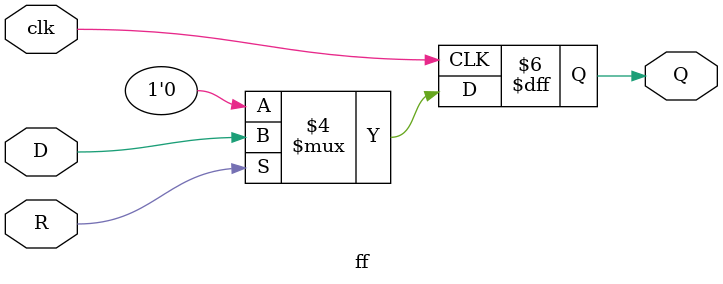
<source format=v>
module top_module (
    input clk,
    input resetn,   // synchronous reset
    input in,
    output out);
    
    wire q0, q1, q2;
    
    ff f0(clk, resetn, in, q0);
    ff f1(clk, resetn, q0, q1);
    ff f2(clk, resetn, q1, q2);
    ff f3(clk, resetn, q2, out);

endmodule

module ff(input clk, input R, input D, output reg Q);
    
    always @(posedge clk) begin
        if (~R) begin
           Q <= 1'b0; 
        end else begin
           Q <= D;
        end
    end
    
endmodule

</source>
